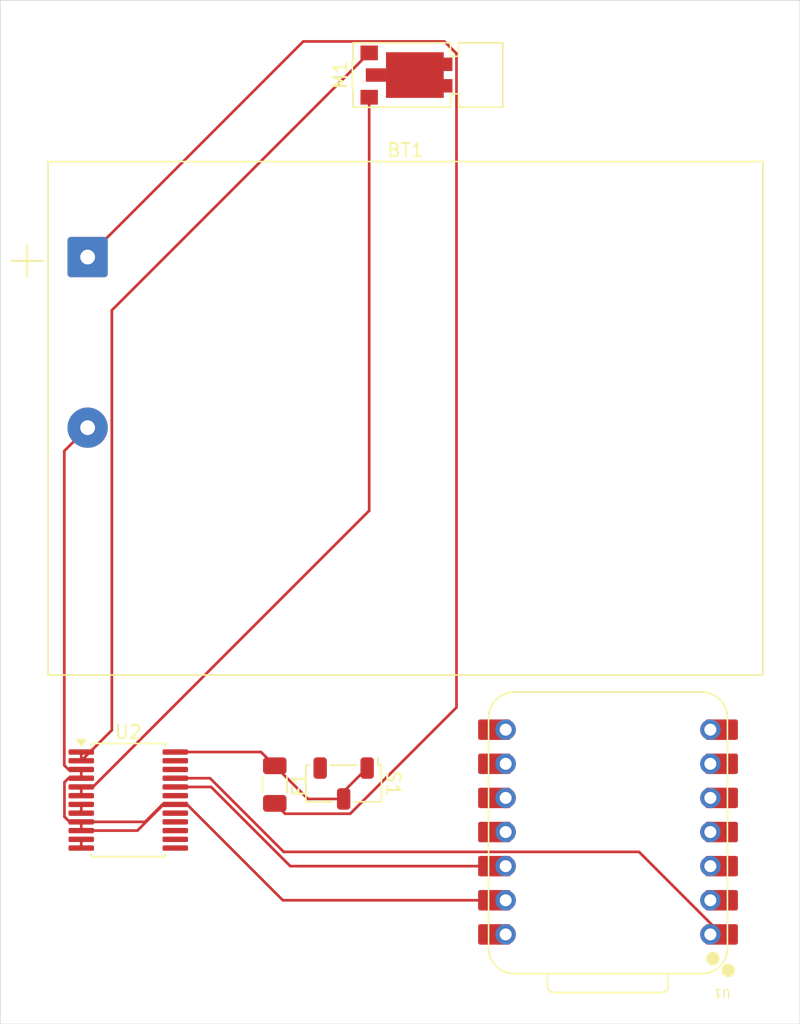
<source format=kicad_pcb>
(kicad_pcb (version 20241229) (generator "pcbnew") (generator_version "9.0")
  (layers (0 "F.Cu" signal) (2 "B.Cu" signal) (13 "F.Paste" user) (15 "B.Paste" user) (5 "F.SilkS" user "F.Silkscreen") (7 "B.SilkS" user "B.Silkscreen") (1 "F.Mask" user) (3 "B.Mask" user) (25 "Edge.Cuts" user))
  (net 0 "")
  (net 1 "Net-(BT1-+)")
  (net 2 "Net-(BT1--)")
  (net 3 "Net-(S1-N+)")
  (net 4 "Net-(M1-+)")
  (net 5 "Net-(M1--)")
  (net 7 "Net-(U1-GPIO26{slash}ADC0{slash}A0)")
  (net 14 "Net-(U1-3V3)")
  (net 21 "Net-(U2-BO2-Pad7)")
  (net 22 "Net-(U2-BO1-Pad11)")
  (footprint "Battery:BatteryHolder_Keystone_2479_3xAAA" (layer "F.Cu") (at 92.225 64.355)
    (property "Reference" "BT1" (at 23.66 -7.95 0) (layer "F.SilkS"))
    (property "Value" "Battery")
    (fp_line (start -2.95 -7.11) (end 50.27 -7.11) (stroke (width 0.12)) (layer "F.SilkS"))
    (fp_line (start -2.95 31.11) (end -2.95 -7.11) (stroke (width 0.12)) (layer "F.SilkS"))
    (fp_line (start 50.27 -7.11) (end 50.27 31.11) (stroke (width 0.12)) (layer "F.SilkS"))
    (fp_line (start 50.27 31.11) (end -2.95 31.11) (stroke (width 0.12)) (layer "F.SilkS"))
    (fp_text user "+" (at -4.5 0.05 0) (layer "F.SilkS") (effects (font (size 3 3))))
    (pad "" np_thru_hole circle (at 23.72 0) (size 3.45 3.45) (drill 3.45) (layers "*.Cu" "*.Mask"))
    (pad "" np_thru_hole circle (at 23.72 24) (size 3.45 3.45) (drill 3.45) (layers "*.Cu" "*.Mask"))
    (pad "1" thru_hole roundrect (at 0 0) (size 3 3) (drill 1.1) (layers "*.Cu" "*.Mask") (roundrect_rratio 0.083333) (net 1 "Net-(BT1-+)"))
    (pad "2" thru_hole circle (at 0 12.7) (size 3 3) (drill 1.1) (layers "*.Cu" "*.Mask") (net 2 "Net-(BT1--)"))
  )
  (footprint "Package_SO:SSOP-24_5.3x8.2mm_P0.65mm" (layer "F.Cu") (at 95.25 104.775)
    (property "Reference" "U2" (at 0 -5.05 0) (layer "F.SilkS"))
    (property "Value" "TB6612FNG")
    (fp_line (start -2.76 -4.21) (end 2.76 -4.21) (stroke (width 0.12)) (layer "F.SilkS"))
    (fp_line (start -2.76 -4.035) (end -2.76 -4.21) (stroke (width 0.12)) (layer "F.SilkS"))
    (fp_line (start -2.76 4.21) (end -2.76 4.035) (stroke (width 0.12)) (layer "F.SilkS"))
    (fp_line (start 2.76 -4.21) (end 2.76 -4.035) (stroke (width 0.12)) (layer "F.SilkS"))
    (fp_line (start 2.76 4.035) (end 2.76 4.21) (stroke (width 0.12)) (layer "F.SilkS"))
    (fp_line (start 2.76 4.21) (end -2.76 4.21) (stroke (width 0.12)) (layer "F.SilkS"))
    (fp_poly (pts (xy -3.5 -4.04) (xy -3.84 -4.51) (xy -3.16 -4.51)) (stroke (width 0.12)) (fill yes) (layer "F.SilkS"))
    (pad "1" smd roundrect (at -3.5 -3.575) (size 1.9 0.4) (layers "F.Cu" "F.Mask" "F.Paste") (net 5 "Net-(M1--)"))
    (pad "2" smd roundrect (at -3.5 -2.925) (size 1.9 0.4) (layers "F.Cu" "F.Mask" "F.Paste") (net 5 "Net-(M1--)"))
    (pad "3" smd roundrect (at -3.5 -2.275) (size 1.9 0.4) (layers "F.Cu" "F.Mask" "F.Paste") (net 2 "Net-(BT1--)"))
    (pad "4" smd roundrect (at -3.5 -1.625) (size 1.9 0.4) (layers "F.Cu" "F.Mask" "F.Paste") (net 2 "Net-(BT1--)"))
    (pad "5" smd roundrect (at -3.5 -0.975) (size 1.9 0.4) (layers "F.Cu" "F.Mask" "F.Paste") (net 4 "Net-(M1-+)"))
    (pad "6" smd roundrect (at -3.5 -0.325) (size 1.9 0.4) (layers "F.Cu" "F.Mask" "F.Paste") (net 4 "Net-(M1-+)"))
    (pad "7" smd roundrect (at -3.5 0.325) (size 1.9 0.4) (layers "F.Cu" "F.Mask" "F.Paste") (net 21 "Net-(U2-BO2-Pad7)"))
    (pad "8" smd roundrect (at -3.5 0.975) (size 1.9 0.4) (layers "F.Cu" "F.Mask" "F.Paste") (net 21 "Net-(U2-BO2-Pad7)"))
    (pad "9" smd roundrect (at -3.5 1.625) (size 1.9 0.4) (layers "F.Cu" "F.Mask" "F.Paste") (net 2 "Net-(BT1--)"))
    (pad "10" smd roundrect (at -3.5 2.275) (size 1.9 0.4) (layers "F.Cu" "F.Mask" "F.Paste") (net 2 "Net-(BT1--)"))
    (pad "11" smd roundrect (at -3.5 2.925) (size 1.9 0.4) (layers "F.Cu" "F.Mask" "F.Paste") (net 22 "Net-(U2-BO1-Pad11)"))
    (pad "12" smd roundrect (at -3.5 3.575) (size 1.9 0.4) (layers "F.Cu" "F.Mask" "F.Paste") (net 22 "Net-(U2-BO1-Pad11)"))
    (pad "13" smd roundrect (at 3.5 3.575) (size 1.9 0.4) (layers "F.Cu" "F.Mask" "F.Paste"))
    (pad "14" smd roundrect (at 3.5 2.925) (size 1.9 0.4) (layers "F.Cu" "F.Mask" "F.Paste"))
    (pad "15" smd roundrect (at 3.5 2.275) (size 1.9 0.4) (layers "F.Cu" "F.Mask" "F.Paste"))
    (pad "16" smd roundrect (at 3.5 1.625) (size 1.9 0.4) (layers "F.Cu" "F.Mask" "F.Paste"))
    (pad "17" smd roundrect (at 3.5 0.975) (size 1.9 0.4) (layers "F.Cu" "F.Mask" "F.Paste"))
    (pad "18" smd roundrect (at 3.5 0.325) (size 1.9 0.4) (layers "F.Cu" "F.Mask" "F.Paste") (net 2 "Net-(BT1--)"))
    (pad "19" smd roundrect (at 3.5 -0.325) (size 1.9 0.4) (layers "F.Cu" "F.Mask" "F.Paste"))
    (pad "20" smd roundrect (at 3.5 -0.975) (size 1.9 0.4) (layers "F.Cu" "F.Mask" "F.Paste") (net 14 "Net-(U1-3V3)"))
    (pad "21" smd roundrect (at 3.5 -1.625) (size 1.9 0.4) (layers "F.Cu" "F.Mask" "F.Paste") (net 7 "Net-(U1-GPIO26{slash}ADC0{slash}A0)"))
    (pad "22" smd roundrect (at 3.5 -2.275) (size 1.9 0.4) (layers "F.Cu" "F.Mask" "F.Paste"))
    (pad "23" smd roundrect (at 3.5 -2.925) (size 1.9 0.4) (layers "F.Cu" "F.Mask" "F.Paste"))
    (pad "24" smd roundrect (at 3.5 -3.575) (size 1.9 0.4) (layers "F.Cu" "F.Mask" "F.Paste") (net 3 "Net-(S1-N+)"))
  )
  (footprint "Fuse:Fuse_1206_3216Metric" (layer "F.Cu") (at 106.1575 103.62375 -90)
    (property "Reference" "F1" (at 0 -1.83 90) (layer "F.SilkS"))
    (property "Value" "Fuse")
    (fp_line (start -0.602064 0.91) (end 0.602064 0.91) (stroke (width 0.12)) (layer "F.SilkS"))
    (fp_line (start -0.602064 -0.91) (end 0.602064 -0.91) (stroke (width 0.12)) (layer "F.SilkS"))
    (pad "1" smd roundrect (at -1.4 0 270) (size 1.25 1.75) (layers "F.Cu" "F.Mask" "F.Paste") (roundrect_rratio 0.2) (net 3 "Net-(S1-N+)"))
    (pad "2" smd roundrect (at 1.4 0 270) (size 1.25 1.75) (layers "F.Cu" "F.Mask" "F.Paste") (roundrect_rratio 0.2) (net 1 "Net-(BT1-+)"))
  )
  (footprint "OPL:XIAO-RP2040-DIP" (layer "F.Cu") (at 130.96875 107.15625 180)
    (property "Reference" "U1" (at -8.5 -12 180) (layer "F.SilkS") (effects (font (size 0.635 0.635) (thickness 0.1016))))
    (property "Value" "XIAO-RP2040-DIP")
    (fp_line (start 8.89 8.509) (end 8.89 -8.636) (stroke (width 0.127)) (layer "F.SilkS"))
    (fp_line (start 6.985 -10.541) (end -6.985 -10.541) (stroke (width 0.1)) (layer "F.SilkS"))
    (fp_line (start 6.985 -10.541) (end -6.985 -10.541) (stroke (width 0.127)) (layer "F.SilkS"))
    (fp_line (start 4.504 -11.451) (end 4.504 -10.541) (stroke (width 0.127)) (layer "F.SilkS"))
    (fp_line (start -3.991272 -11.951) (end 4.004 -11.951) (stroke (width 0.127)) (layer "F.SilkS"))
    (fp_line (start -4.495 -10.541) (end -4.491272 -11.451272) (stroke (width 0.127)) (layer "F.SilkS"))
    (fp_line (start -6.985 10.414) (end 6.985 10.414) (stroke (width 0.127)) (layer "F.SilkS"))
    (fp_line (start -8.89 8.509) (end -8.89 -8.636) (stroke (width 0.127)) (layer "F.SilkS"))
    (fp_arc (start 8.89 8.509) (mid 8.332038 9.856038) (end 6.985 10.414) (stroke (width 0.127)) (layer "F.SilkS"))
    (fp_arc (start 6.985 -10.541) (mid 8.332038 -9.983038) (end 8.89 -8.636) (stroke (width 0.127)) (layer "F.SilkS"))
    (fp_arc (start 4.004 -11.951) (mid 4.357553 -11.804553) (end 4.504 -11.451) (stroke (width 0.127)) (layer "F.SilkS"))
    (fp_arc (start -4.491272 -11.451272) (mid -4.344728 -11.80464) (end -3.991272 -11.951) (stroke (width 0.127)) (layer "F.SilkS"))
    (fp_arc (start -6.985 10.414) (mid -8.332038 9.856038) (end -8.89 8.509) (stroke (width 0.127)) (layer "F.SilkS"))
    (fp_arc (start -8.89 -8.636) (mid -8.332038 -9.983038) (end -6.985 -10.541) (stroke (width 0.127)) (layer "F.SilkS"))
    (fp_circle (center -7.807 -9.42) (end -7.807 -9.674) (stroke (width 0.5)) (fill yes) (layer "F.SilkS"))
    (fp_circle (center -8.95 -10.3) (end -8.95 -10.554) (stroke (width 0.5)) (fill yes) (layer "F.SilkS"))
    (pad "1" smd roundrect (at -8.455 -7.62) (size 2.432 1.524) (layers "F.Cu" "F.Mask") (roundrect_rratio 0.1) (net 7 "Net-(U1-GPIO26{slash}ADC0{slash}A0)"))
    (pad "1" thru_hole circle (at -7.62 -7.62) (size 1.524 1.524) (drill 0.889) (layers "*.Cu" "*.Mask") (net 7 "Net-(U1-GPIO26{slash}ADC0{slash}A0)"))
    (pad "2" smd roundrect (at -8.455 -5.08) (size 2.432 1.524) (layers "F.Cu" "F.Mask") (roundrect_rratio 0.1))
    (pad "2" thru_hole circle (at -7.62 -5.08) (size 1.524 1.524) (drill 0.889) (layers "*.Cu" "*.Mask"))
    (pad "3" smd roundrect (at -8.455 -2.54) (size 2.432 1.524) (layers "F.Cu" "F.Mask") (roundrect_rratio 0.1))
    (pad "3" thru_hole circle (at -7.62 -2.54) (size 1.524 1.524) (drill 0.889) (layers "*.Cu" "*.Mask"))
    (pad "4" smd roundrect (at -8.455 0) (size 2.432 1.524) (layers "F.Cu" "F.Mask") (roundrect_rratio 0.1))
    (pad "4" thru_hole circle (at -7.62 0) (size 1.524 1.524) (drill 0.889) (layers "*.Cu" "*.Mask"))
    (pad "5" smd roundrect (at -8.455 2.54) (size 2.432 1.524) (layers "F.Cu" "F.Mask") (roundrect_rratio 0.1))
    (pad "5" thru_hole circle (at -7.62 2.54) (size 1.524 1.524) (drill 0.889) (layers "*.Cu" "*.Mask"))
    (pad "6" smd roundrect (at -8.455 5.08) (size 2.432 1.524) (layers "F.Cu" "F.Mask") (roundrect_rratio 0.1))
    (pad "6" thru_hole circle (at -7.62 5.08) (size 1.524 1.524) (drill 0.889) (layers "*.Cu" "*.Mask"))
    (pad "7" smd roundrect (at -8.455 7.62) (size 2.432 1.524) (layers "F.Cu" "F.Mask") (roundrect_rratio 0.1))
    (pad "7" thru_hole circle (at -7.62 7.62) (size 1.524 1.524) (drill 0.889) (layers "*.Cu" "*.Mask"))
    (pad "8" thru_hole circle (at 7.62 7.62 180) (size 1.524 1.524) (drill 0.889) (layers "*.Cu" "*.Mask"))
    (pad "8" smd roundrect (at 8.455 7.62 180) (size 2.432 1.524) (layers "F.Cu" "F.Mask") (roundrect_rratio 0.1))
    (pad "9" thru_hole circle (at 7.62 5.08 180) (size 1.524 1.524) (drill 0.889) (layers "*.Cu" "*.Mask"))
    (pad "9" smd roundrect (at 8.455 5.08 180) (size 2.432 1.524) (layers "F.Cu" "F.Mask") (roundrect_rratio 0.1))
    (pad "10" thru_hole circle (at 7.62 2.54 180) (size 1.524 1.524) (drill 0.889) (layers "*.Cu" "*.Mask"))
    (pad "10" smd roundrect (at 8.455 2.54 180) (size 2.432 1.524) (layers "F.Cu" "F.Mask") (roundrect_rratio 0.1))
    (pad "11" thru_hole circle (at 7.62 0 180) (size 1.524 1.524) (drill 0.889) (layers "*.Cu" "*.Mask"))
    (pad "11" smd roundrect (at 8.455 0 180) (size 2.432 1.524) (layers "F.Cu" "F.Mask") (roundrect_rratio 0.1))
    (pad "12" thru_hole circle (at 7.62 -2.54 180) (size 1.524 1.524) (drill 0.889) (layers "*.Cu" "*.Mask") (net 14 "Net-(U1-3V3)"))
    (pad "12" smd roundrect (at 8.455 -2.54 180) (size 2.432 1.524) (layers "F.Cu" "F.Mask") (roundrect_rratio 0.1) (net 14 "Net-(U1-3V3)"))
    (pad "13" thru_hole circle (at 7.62 -5.08 180) (size 1.524 1.524) (drill 0.889) (layers "*.Cu" "*.Mask") (net 2 "Net-(BT1--)"))
    (pad "13" smd roundrect (at 8.455 -5.08 180) (size 2.432 1.524) (layers "F.Cu" "F.Mask") (roundrect_rratio 0.1) (net 2 "Net-(BT1--)"))
    (pad "14" thru_hole circle (at 7.62 -7.62 180) (size 1.524 1.524) (drill 0.889) (layers "*.Cu" "*.Mask"))
    (pad "14" smd roundrect (at 8.455 -7.62 180) (size 2.432 1.524) (layers "F.Cu" "F.Mask") (roundrect_rratio 0.1))
  )
  (footprint "Motors:Vybronics_VZ30C1T8219732L" (layer "F.Cu") (at 117.5375 50.80625 90)
    (property "Reference" "M1" (at 0 -6.5 90) (layer "F.SilkS"))
    (property "Value" "Motor_DC")
    (fp_line (start 1.05 -5.6) (end 1.05 -5.55) (stroke (width 0.12)) (layer "F.SilkS"))
    (fp_line (start -1.05 -5.6) (end 1.05 -5.6) (stroke (width 0.12)) (layer "F.SilkS"))
    (fp_line (start 2.4 -5.55) (end 2.4 -5.2) (stroke (width 0.12)) (layer "F.SilkS"))
    (fp_line (start 1.05 -5.55) (end 2.4 -5.55) (stroke (width 0.12)) (layer "F.SilkS"))
    (fp_line (start -1.05 -5.55) (end -1.05 -5.6) (stroke (width 0.12)) (layer "F.SilkS"))
    (fp_line (start -2.4 -5.55) (end -1.05 -5.55) (stroke (width 0.12)) (layer "F.SilkS"))
    (fp_line (start 2.4 -5.2) (end 2.4 1.7) (stroke (width 0.12)) (layer "F.SilkS"))
    (fp_line (start -2.4 -5.2) (end -2.4 -5.55) (stroke (width 0.12)) (layer "F.SilkS"))
    (fp_line (start 2.4 1.7) (end 1.4 1.7) (stroke (width 0.12)) (layer "F.SilkS"))
    (fp_line (start 1.4 1.7) (end 1.4 2.3) (stroke (width 0.12)) (layer "F.SilkS"))
    (fp_line (start -1.4 1.7) (end -2.4 1.7) (stroke (width 0.12)) (layer "F.SilkS"))
    (fp_line (start -2.4 1.7) (end -2.4 -5.2) (stroke (width 0.12)) (layer "F.SilkS"))
    (fp_line (start 2.4 2.3) (end 2.4 5.6) (stroke (width 0.12)) (layer "F.SilkS"))
    (fp_line (start 1.4 2.3) (end 2.4 2.3) (stroke (width 0.12)) (layer "F.SilkS"))
    (fp_line (start -1.4 2.3) (end -1.4 1.7) (stroke (width 0.12)) (layer "F.SilkS"))
    (fp_line (start -2.4 2.3) (end -1.4 2.3) (stroke (width 0.12)) (layer "F.SilkS"))
    (fp_line (start 2.4 5.6) (end -2.4 5.6) (stroke (width 0.12)) (layer "F.SilkS"))
    (fp_line (start -2.4 5.6) (end -2.4 2.3) (stroke (width 0.12)) (layer "F.SilkS"))
    (pad "1" smd rect (at -1.65 -4.35) (size 1.3 1.1) (layers "F.Cu" "F.Mask" "F.Paste") (net 4 "Net-(M1-+)"))
    (pad "2" smd rect (at 1.65 -4.35) (size 1.3 1.1) (layers "F.Cu" "F.Mask" "F.Paste") (net 5 "Net-(M1--)"))
    (pad "SH" smd rect (at -0.8 1.525 90) (size 1 0.65) (layers "F.Cu" "F.Mask" "F.Paste"))
    (pad "SH" smd rect (at 0 -3.85) (size 1.5 1) (layers "F.Cu" "F.Mask" "F.Paste"))
    (pad "SH" smd rect (at 0 -0.95) (size 4.3 3.4) (layers "F.Cu" "F.Mask"))
    (pad "SH" smd rect (at 0.8 1.525 90) (size 1 0.65) (layers "F.Cu" "F.Mask" "F.Paste"))
  )
  (footprint "Button_Switch_SMD:Nidec_Copal_CAS-120A" (layer "F.Cu") (at 111.2875 103.54375 -90)
    (property "Reference" "S1" (at 0 -3.7 270) (layer "F.SilkS"))
    (property "Value" "SWITCH")
    (fp_line (start -1.36 2.81) (end -1.36 2.55) (stroke (width 0.12)) (layer "F.SilkS"))
    (fp_line (start 1.35 2.81) (end -1.35 2.81) (stroke (width 0.12)) (layer "F.SilkS"))
    (fp_line (start 1.36 0.8) (end 1.36 2.81) (stroke (width 0.12)) (layer "F.SilkS"))
    (fp_line (start -1.36 -0.98) (end -1.36 0.98) (stroke (width 0.12)) (layer "F.SilkS"))
    (fp_line (start -1.36 -2.55) (end -1.9 -2.55) (stroke (width 0.12)) (layer "F.SilkS"))
    (fp_line (start -1.36 -2.55) (end -1.36 -2.8) (stroke (width 0.12)) (layer "F.SilkS"))
    (fp_line (start -1.36 -2.81) (end 1.36 -2.81) (stroke (width 0.12)) (layer "F.SilkS"))
    (fp_line (start 1.36 -2.81) (end 1.36 -0.8) (stroke (width 0.12)) (layer "F.SilkS"))
    (pad "1" smd roundrect (at -1.15 -1.75 180) (size 1 1.6) (layers "F.Cu" "F.Mask" "F.Paste") (net 3 "Net-(S1-N+)"))
    (pad "2" smd roundrect (at 1.15 0 180) (size 1 1.6) (layers "F.Cu" "F.Mask" "F.Paste") (net 3 "Net-(S1-N+)"))
    (pad "3" smd roundrect (at -1.15 1.75 180) (size 1 1.6) (layers "F.Cu" "F.Mask" "F.Paste"))
  )
  (gr_rect (start 85.725 45.24375) (end 145.25625 121.44375) (stroke (width 0.05)) (fill no) (layer "Edge.Cuts"))
  (segment (start 106.9285 105.79475) (end 111.77266 105.79475) (width 0.2) (layer "F.Cu") (net 1))
  (segment (start 119.6885 49.20525) (end 118.7885 48.30525) (width 0.2) (layer "F.Cu") (net 1))
  (segment (start 119.6885 97.87891) (end 119.6885 49.20525) (width 0.2) (layer "F.Cu") (net 1))
  (segment (start 108.27475 48.30525) (end 92.225 64.355) (width 0.2) (layer "F.Cu") (net 1))
  (segment (start 106.1575 105.02375) (end 106.9285 105.79475) (width 0.2) (layer "F.Cu") (net 1))
  (segment (start 118.7885 48.30525) (end 108.27475 48.30525) (width 0.2) (layer "F.Cu") (net 1))
  (segment (start 111.77266 105.79475) (end 119.6885 97.87891) (width 0.2) (layer "F.Cu") (net 1))
  (segment (start 98.75 105.1) (end 97.800001 105.1) (width 0.2) (layer "F.Cu") (net 2))
  (segment (start 90.88013 106.4) (end 90.499 106.01887) (width 0.2) (layer "F.Cu") (net 2))
  (segment (start 90.499 103.451001) (end 90.800001 103.15) (width 0.2) (layer "F.Cu") (net 2))
  (segment (start 91.75 102.5) (end 90.800001 102.5) (width 0.2) (layer "F.Cu") (net 2))
  (segment (start 122.51375 112.23625) (end 106.75612 112.23625) (width 0.2) (layer "F.Cu") (net 2))
  (segment (start 95.93013 107.05) (end 97.88013 105.1) (width 0.2) (layer "F.Cu") (net 2))
  (segment (start 99.61987 105.1) (end 98.75 105.1) (width 0.2) (layer "F.Cu") (net 2))
  (segment (start 90.4875 78.7925) (end 92.225 77.055) (width 0.2) (layer "F.Cu") (net 2))
  (segment (start 97.88013 105.1) (end 98.75 105.1) (width 0.2) (layer "F.Cu") (net 2))
  (segment (start 91.75 103.15) (end 91.75 102.5) (width 0.2) (layer "F.Cu") (net 2))
  (segment (start 91.75 106.4) (end 90.88013 106.4) (width 0.2) (layer "F.Cu") (net 2))
  (segment (start 90.800001 102.5) (end 90.4875 102.187499) (width 0.2) (layer "F.Cu") (net 2))
  (segment (start 91.75 107.05) (end 95.93013 107.05) (width 0.2) (layer "F.Cu") (net 2))
  (segment (start 96.500001 106.4) (end 91.75 106.4) (width 0.2) (layer "F.Cu") (net 2))
  (segment (start 91.75 106.4) (end 91.75 107.05) (width 0.2) (layer "F.Cu") (net 2))
  (segment (start 90.499 106.01887) (end 90.499 103.451001) (width 0.2) (layer "F.Cu") (net 2))
  (segment (start 106.75612 112.23625) (end 99.61987 105.1) (width 0.2) (layer "F.Cu") (net 2))
  (segment (start 90.800001 103.15) (end 91.75 103.15) (width 0.2) (layer "F.Cu") (net 2))
  (segment (start 90.4875 102.187499) (end 90.4875 78.7925) (width 0.2) (layer "F.Cu") (net 2))
  (segment (start 97.800001 105.1) (end 96.500001 106.4) (width 0.2) (layer "F.Cu") (net 2))
  (segment (start 111.2875 104.69375) (end 108.6275 104.69375) (width 0.2) (layer "F.Cu") (net 3))
  (segment (start 105.13375 101.2) (end 98.75 101.2) (width 0.2) (layer "F.Cu") (net 3))
  (segment (start 113.0375 102.39375) (end 111.2875 104.14375) (width 0.2) (layer "F.Cu") (net 3))
  (segment (start 106.1575 102.22375) (end 105.13375 101.2) (width 0.2) (layer "F.Cu") (net 3))
  (segment (start 111.2875 104.14375) (end 111.2875 104.69375) (width 0.2) (layer "F.Cu") (net 3))
  (segment (start 108.6275 104.69375) (end 106.1575 102.22375) (width 0.2) (layer "F.Cu") (net 3))
  (segment (start 91.75 103.8) (end 92.61987 103.8) (width 0.2) (layer "F.Cu") (net 4))
  (segment (start 91.75 103.8) (end 91.75 104.45) (width 0.2) (layer "F.Cu") (net 4))
  (segment (start 113.1875 83.23237) (end 113.1875 52.45625) (width 0.2) (layer "F.Cu") (net 4))
  (segment (start 92.61987 103.8) (end 113.1875 83.23237) (width 0.2) (layer "F.Cu") (net 4))
  (segment (start 91.75 101.2) (end 91.75 101.85) (width 0.2) (layer "F.Cu") (net 5))
  (segment (start 94.026 99.574) (end 94.026 68.31775) (width 0.2) (layer "F.Cu") (net 5))
  (segment (start 91.75 101.85) (end 94.026 99.574) (width 0.2) (layer "F.Cu") (net 5))
  (segment (start 94.026 68.31775) (end 113.1875 49.15625) (width 0.2) (layer "F.Cu") (net 5))
  (segment (start 133.28075 108.63325) (end 106.8191 108.63325) (width 0.2) (layer "F.Cu") (net 7))
  (segment (start 101.33585 103.15) (end 98.75 103.15) (width 0.2) (layer "F.Cu") (net 7))
  (segment (start 106.8191 108.63325) (end 101.33585 103.15) (width 0.2) (layer "F.Cu") (net 7))
  (segment (start 139.42375 114.77625) (end 133.28075 108.63325) (width 0.2) (layer "F.Cu") (net 7))
  (segment (start 101.41875 103.8) (end 98.75 103.8) (width 0.2) (layer "F.Cu") (net 14))
  (segment (start 107.315 109.69625) (end 101.41875 103.8) (width 0.2) (layer "F.Cu") (net 14))
  (segment (start 123.34875 109.69625) (end 107.315 109.69625) (width 0.2) (layer "F.Cu") (net 14))
  (segment (start 91.75 105.75) (end 91.75 105.1) (width 0.2) (layer "F.Cu") (net 21))
  (segment (start 91.75 108.35) (end 91.75 107.7) (width 0.2) (layer "F.Cu") (net 22))
)
</source>
